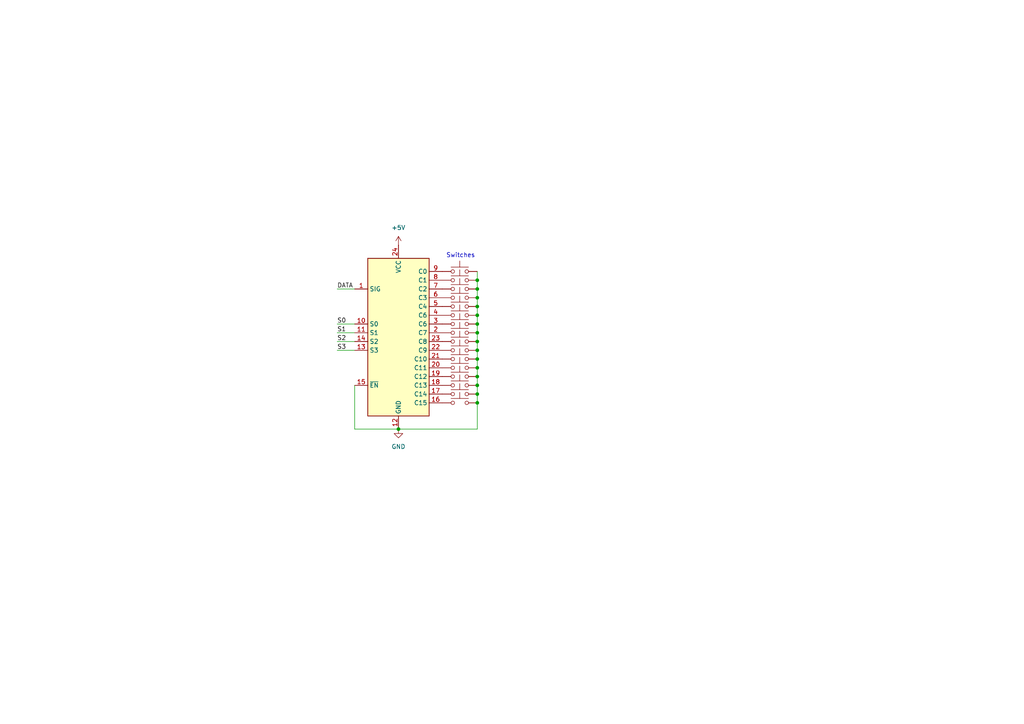
<source format=kicad_sch>
(kicad_sch (version 20250114) (generator "eeschema") (generator_version "9.0")
  (paper "A4")
  (lib_symbols
    (symbol "74xx:CD74HC4067M"
      (symbol "CD74HC4067M_0_1"
        (rectangle (start -8.89 21.59) (end 8.89 -24.13) (stroke (width 0.254)) (fill (type background)))
      )
      (symbol "CD74HC4067M_1_1"
        (pin passive line (at -12.7 12.7 0) (length 3.81) (name "SIG") (number "1"))
        (pin input line (at -12.7 2.54 0) (length 3.81) (name "S0") (number "10"))
        (pin input line (at -12.7 0 0) (length 3.81) (name "S1") (number "11"))
        (pin input line (at -12.7 -2.54 0) (length 3.81) (name "S2") (number "14"))
        (pin input line (at -12.7 -5.08 0) (length 3.81) (name "S3") (number "13"))
        (pin input line (at -12.7 -15.24 0) (length 3.81) (name "~{EN}") (number "15"))
        (pin power_in line (at 0 25.4 270) (length 3.81) (name "VCC") (number "24"))
        (pin power_in line (at 0 -27.94 90) (length 3.81) (name "GND") (number "12"))
        (pin passive line (at 12.7 17.78 180) (length 3.81) (name "C0") (number "9"))
        (pin passive line (at 12.7 15.24 180) (length 3.81) (name "C1") (number "8"))
        (pin passive line (at 12.7 12.7 180) (length 3.81) (name "C2") (number "7"))
        (pin passive line (at 12.7 10.16 180) (length 3.81) (name "C3") (number "6"))
        (pin passive line (at 12.7 7.62 180) (length 3.81) (name "C4") (number "5"))
        (pin passive line (at 12.7 5.08 180) (length 3.81) (name "C6") (number "4"))
        (pin passive line (at 12.7 2.54 180) (length 3.81) (name "C6") (number "3"))
        (pin passive line (at 12.7 0 180) (length 3.81) (name "C7") (number "2"))
        (pin passive line (at 12.7 -2.54 180) (length 3.81) (name "C8") (number "23"))
        (pin passive line (at 12.7 -5.08 180) (length 3.81) (name "C9") (number "22"))
        (pin passive line (at 12.7 -7.62 180) (length 3.81) (name "C10") (number "21"))
        (pin passive line (at 12.7 -10.16 180) (length 3.81) (name "C11") (number "20"))
        (pin passive line (at 12.7 -12.7 180) (length 3.81) (name "C12") (number "19"))
        (pin passive line (at 12.7 -15.24 180) (length 3.81) (name "C13") (number "18"))
        (pin passive line (at 12.7 -17.78 180) (length 3.81) (name "C14") (number "17"))
        (pin passive line (at 12.7 -20.32 180) (length 3.81) (name "C15") (number "16"))
      )
    )
    (symbol "Switch:SW_Push" (pin_numbers (hide yes)) (pin_names (offset 1.016) (hide yes))
      (property "Reference" "SW" (at 1.27 2.54 0))
      (property "Value" "SW_Push" (at 0 -1.524 0))
      (symbol "SW_Push_0_1"
        (circle (center -2.032 0) (radius 0.508))
        (polyline (pts (xy 0 1.27) (xy 0 3.048)))
        (circle (center 2.032 0) (radius 0.508))
        (polyline (pts (xy 2.54 1.27) (xy -2.54 1.27)))
        (pin passive line (at -5.08 0 0) (length 2.54) (name "1") (number "1"))
        (pin passive line (at 5.08 0 180) (length 2.54) (name "2") (number "2"))
      )
    )
    (symbol "power:+5V" (power) (pin_numbers (hide yes)) (pin_names (offset 0) (hide yes))
      (property "Value" "+5V" (at 0 3.556 0))
      (symbol "+5V_0_1"
        (polyline (pts (xy -0.762 1.27) (xy 0 2.54)))
        (polyline (pts (xy 0 2.54) (xy 0.762 1.27)))
        (polyline (pts (xy 0 0) (xy 0 2.54)))
      )
      (symbol "+5V_1_1"
        (pin power_in line (at 0 0 90) (length 0) (name "~") (number "1"))
      )
    )
    (symbol "power:GND" (power) (pin_numbers (hide yes)) (pin_names (offset 0) (hide yes))
      (property "Value" "GND" (at 0 -3.81 0))
      (symbol "GND_0_1"
        (polyline (pts (xy 0 0) (xy 0 -1.27) (xy 1.27 -1.27) (xy 0 -2.54) (xy -1.27 -1.27) (xy 0 -1.27)))
      )
      (symbol "GND_1_1"
        (pin power_in line (at 0 0 270) (length 0) (name "~") (number "1"))
      )
    )
  )
  (text "Switches" (at 133.604 74.168 0) (effects (font (size 1.27 1.27))))
  (junction (at 138.43 111.76))
  (junction (at 138.43 93.98))
  (junction (at 138.43 114.3))
  (junction (at 138.43 96.52))
  (junction (at 138.43 91.44))
  (junction (at 138.43 109.22))
  (junction (at 138.43 99.06))
  (junction (at 138.43 83.82))
  (junction (at 138.43 86.36))
  (junction (at 138.43 106.68))
  (junction (at 138.43 88.9))
  (junction (at 138.43 104.14))
  (junction (at 138.43 116.84))
  (junction (at 115.57 124.46))
  (junction (at 138.43 81.28))
  (junction (at 138.43 101.6))
  (wire (pts (xy 138.43 96.52) (xy 138.43 99.06)))
  (wire (pts (xy 102.87 124.46) (xy 115.57 124.46)))
  (wire (pts (xy 138.43 124.46) (xy 115.57 124.46)))
  (wire (pts (xy 102.87 111.76) (xy 102.87 124.46)))
  (wire (pts (xy 97.79 83.82) (xy 102.87 83.82)))
  (wire (pts (xy 97.79 93.98) (xy 102.87 93.98)))
  (wire (pts (xy 138.43 116.84) (xy 138.43 124.46)))
  (wire (pts (xy 138.43 109.22) (xy 138.43 111.76)))
  (wire (pts (xy 138.43 104.14) (xy 138.43 106.68)))
  (wire (pts (xy 138.43 106.68) (xy 138.43 109.22)))
  (wire (pts (xy 138.43 78.74) (xy 138.43 81.28)))
  (wire (pts (xy 97.79 99.06) (xy 102.87 99.06)))
  (wire (pts (xy 138.43 88.9) (xy 138.43 91.44)))
  (wire (pts (xy 138.43 101.6) (xy 138.43 104.14)))
  (wire (pts (xy 97.79 96.52) (xy 102.87 96.52)))
  (wire (pts (xy 97.79 101.6) (xy 102.87 101.6)))
  (wire (pts (xy 138.43 99.06) (xy 138.43 101.6)))
  (wire (pts (xy 138.43 81.28) (xy 138.43 83.82)))
  (wire (pts (xy 138.43 86.36) (xy 138.43 88.9)))
  (wire (pts (xy 138.43 83.82) (xy 138.43 86.36)))
  (wire (pts (xy 138.43 114.3) (xy 138.43 116.84)))
  (wire (pts (xy 138.43 111.76) (xy 138.43 114.3)))
  (wire (pts (xy 138.43 93.98) (xy 138.43 96.52)))
  (wire (pts (xy 138.43 91.44) (xy 138.43 93.98)))
  (label "S0" (at 97.79 93.98 0))
  (label "S2" (at 97.79 99.06 0))
  (label "S1" (at 97.79 96.52 0))
  (label "DATA" (at 97.79 83.82 0))
  (label "S3" (at 97.79 101.6 0))
  (symbol (lib_id "Switch:SW_Push") (at 133.35 86.36 0) (unit 1)
    (property "Reference" "SW4" (effects (hide yes)))
    (property "Value" "SW_Push" (effects (hide yes)))
    (property "Description" "Push button switch, generic, two pins" (effects (hide yes)))
  )
  (symbol (lib_id "Switch:SW_Push") (at 133.35 114.3 0) (unit 1)
    (property "Reference" "SW15" (effects (hide yes)))
    (property "Value" "SW_Push" (effects (hide yes)))
    (property "Description" "Push button switch, generic, two pins" (effects (hide yes)))
  )
  (symbol (lib_id "Switch:SW_Push") (at 133.35 109.22 0) (unit 1)
    (property "Reference" "SW13" (effects (hide yes)))
    (property "Value" "SW_Push" (effects (hide yes)))
    (property "Description" "Push button switch, generic, two pins" (effects (hide yes)))
  )
  (symbol (lib_id "Switch:SW_Push") (at 133.35 99.06 0) (unit 1)
    (property "Reference" "SW9" (effects (hide yes)))
    (property "Value" "SW_Push" (effects (hide yes)))
    (property "Description" "Push button switch, generic, two pins" (effects (hide yes)))
  )
  (symbol (lib_id "Switch:SW_Push") (at 133.35 116.84 0) (unit 1)
    (property "Reference" "SW16" (effects (hide yes)))
    (property "Value" "SW_Push" (effects (hide yes)))
    (property "Description" "Push button switch, generic, two pins" (effects (hide yes)))
  )
  (symbol (lib_id "Switch:SW_Push") (at 133.35 96.52 0) (unit 1)
    (property "Reference" "SW8" (effects (hide yes)))
    (property "Value" "SW_Push" (effects (hide yes)))
    (property "Description" "Push button switch, generic, two pins" (effects (hide yes)))
  )
  (symbol (lib_id "Switch:SW_Push") (at 133.35 91.44 0) (unit 1)
    (property "Reference" "SW6" (effects (hide yes)))
    (property "Value" "SW_Push" (effects (hide yes)))
    (property "Description" "Push button switch, generic, two pins" (effects (hide yes)))
  )
  (symbol (lib_id "Switch:SW_Push") (at 133.35 88.9 0) (unit 1)
    (property "Reference" "SW5" (effects (hide yes)))
    (property "Value" "SW_Push" (effects (hide yes)))
    (property "Description" "Push button switch, generic, two pins" (effects (hide yes)))
  )
  (symbol (lib_id "Switch:SW_Push") (at 133.35 106.68 0) (unit 1)
    (property "Reference" "SW12" (effects (hide yes)))
    (property "Value" "SW_Push" (effects (hide yes)))
    (property "Description" "Push button switch, generic, two pins" (effects (hide yes)))
  )
  (symbol (lib_id "Switch:SW_Push") (at 133.35 81.28 0) (unit 1)
    (property "Reference" "SW2" (effects (hide yes)))
    (property "Value" "SW_Push" (effects (hide yes)))
    (property "Description" "Push button switch, generic, two pins" (effects (hide yes)))
  )
  (symbol (lib_id "Switch:SW_Push") (at 133.35 78.74 0) (unit 1)
    (property "Reference" "SW1" (effects (hide yes)))
    (property "Value" "SW_Push" (effects (hide yes)))
    (property "Description" "Push button switch, generic, two pins" (effects (hide yes)))
  )
  (symbol (lib_id "Switch:SW_Push") (at 133.35 83.82 0) (unit 1)
    (property "Reference" "SW3" (effects (hide yes)))
    (property "Value" "SW_Push" (effects (hide yes)))
    (property "Description" "Push button switch, generic, two pins" (effects (hide yes)))
  )
  (symbol (lib_id "power:GND") (at 115.57 124.46 0) (unit 1)
    (property "Reference" "#PWR02" (effects (hide yes)))
    (property "Value" "GND" (at 115.57 129.54 0))
    (property "Description" "Power symbol creates a global label with name \"GND\" , ground" (effects (hide yes)))
  )
  (symbol (lib_id "74xx:CD74HC4067M") (at 115.57 96.52 0) (unit 1)
    (property "Reference" "U1" (effects (hide yes)))
    (property "Value" "CD74HC4067M" (effects (hide yes)))
    (property "Footprint" "Package_SO:SOIC-24W_7.5x15.4mm_P1.27mm" (effects (hide yes)))
    (property "Datasheet" "http://www.ti.com/lit/ds/symlink/cd74hc4067.pdf" (effects (hide yes)))
    (property "Description" "High-Speed CMOS Logic 16-Channel Analog Multiplexer/Demultiplexer, SOIC-24" (effects (hide yes)))
  )
  (symbol (lib_id "Switch:SW_Push") (at 133.35 101.6 0) (unit 1)
    (property "Reference" "SW10" (effects (hide yes)))
    (property "Value" "SW_Push" (effects (hide yes)))
    (property "Description" "Push button switch, generic, two pins" (effects (hide yes)))
  )
  (symbol (lib_id "Switch:SW_Push") (at 133.35 111.76 0) (unit 1)
    (property "Reference" "SW14" (effects (hide yes)))
    (property "Value" "SW_Push" (effects (hide yes)))
    (property "Description" "Push button switch, generic, two pins" (effects (hide yes)))
  )
  (symbol (lib_id "Switch:SW_Push") (at 133.35 104.14 0) (unit 1)
    (property "Reference" "SW11" (effects (hide yes)))
    (property "Value" "SW_Push" (effects (hide yes)))
    (property "Description" "Push button switch, generic, two pins" (effects (hide yes)))
  )
  (symbol (lib_id "power:+5V") (at 115.57 71.12 0) (unit 1)
    (property "Reference" "#PWR01" (effects (hide yes)))
    (property "Value" "+5V" (at 115.57 66.04 0))
    (property "Description" "Power symbol creates a global label with name \"+5V\"" (effects (hide yes)))
  )
  (symbol (lib_id "Switch:SW_Push") (at 133.35 93.98 0) (unit 1)
    (property "Reference" "SW7" (effects (hide yes)))
    (property "Value" "SW_Push" (effects (hide yes)))
    (property "Description" "Push button switch, generic, two pins" (effects (hide yes)))
  )
)
</source>
